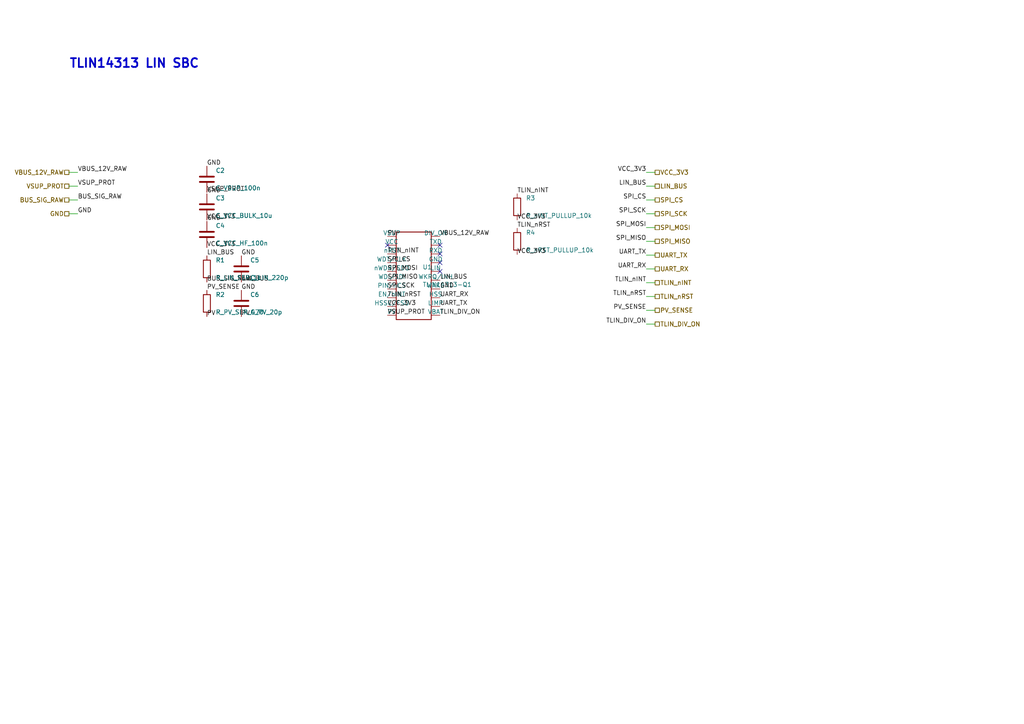
<source format=kicad_sch>
(kicad_sch (version 20250114) (generator "eeschema") (generator_version "9.0")
  (paper "A4")
  (lib_symbols
    (symbol "HVAC:TLIN14313-Q1" (pin_names (offset 0)) (pin_numbers (hide yes))
      (property "Reference" "U" (at 0 15.24 0))
      (property "Value" "TLIN14313-Q1" (at 0 13.208 0))
      (symbol "TLIN14313-Q1_1_1"
        (rectangle (start -5.08 12.7) (end 5.08 -12.7) (stroke (width 0.254)))
        (pin passive line (at -7.62 11.43 0) (length 2.54) (name "VSUP") (number "1"))
        (pin passive line (at -7.62 8.89 0) (length 2.54) (name "VCC") (number "2"))
        (pin passive line (at -7.62 6.35 0) (length 2.54) (name "nRST") (number "3"))
        (pin passive line (at -7.62 3.8099999999999996 0) (length 2.54) (name "WDT/CLK") (number "4"))
        (pin passive line (at -7.62 1.2699999999999996 0) (length 2.54) (name "nWDR/SDO") (number "5"))
        (pin passive line (at -7.62 -1.2699999999999996 0) (length 2.54) (name "WDI/SDI") (number "6"))
        (pin passive line (at -7.62 -3.8100000000000005 0) (length 2.54) (name "PIN/nCS") (number "7"))
        (pin passive line (at -7.62 -6.350000000000001 0) (length 2.54) (name "EN/nINT") (number "8"))
        (pin passive line (at -7.62 -8.89 0) (length 2.54) (name "HSSC/FSO") (number "9"))
        (pin passive line (at -7.62 -11.43 0) (length 2.54) (name "PV") (number "10"))
        (pin passive line (at 7.62 11.43 180) (length 2.54) (name "DIV_ON") (number "11"))
        (pin passive line (at 7.62 8.89 180) (length 2.54) (name "TXD") (number "12"))
        (pin passive line (at 7.62 6.35 180) (length 2.54) (name "RXD") (number "13"))
        (pin passive line (at 7.62 3.8099999999999996 180) (length 2.54) (name "GND") (number "14"))
        (pin passive line (at 7.62 1.2699999999999996 180) (length 2.54) (name "LIN") (number "15"))
        (pin passive line (at 7.62 -1.2699999999999996 180) (length 2.54) (name "WKRQ/INH") (number "16"))
        (pin passive line (at 7.62 -3.8100000000000005 180) (length 2.54) (name "WAKE") (number "17"))
        (pin passive line (at 7.62 -6.350000000000001 180) (length 2.54) (name "HSS") (number "18"))
        (pin passive line (at 7.62 -8.89 180) (length 2.54) (name "LIMP") (number "19"))
        (pin passive line (at 7.62 -11.43 180) (length 2.54) (name "VBAT") (number "20"))
      )
    )
    (symbol "Connector_Generic:Conn_01x01" (pin_names (offset 1.016) (hide yes))
      (property "Reference" "J" (at 0 2.54 0))
      (property "Value" "Conn_01x01" (at 0 -2.54 0))
      (symbol "Conn_01x01_1_1"
        (rectangle (start -1.27 1.27) (end 1.27 -1.27) (stroke (width 0.254)) (fill (type background)))
        (rectangle (start -1.27 0.127) (end 0 -0.127) (stroke (width 0.1524)))
        (pin passive line (at -5.08 0 0) (length 3.81) (name "Pin_1") (number "1"))
      )
    )
    (symbol "Connector_Generic:Conn_01x03" (pin_names (offset 1.016) (hide yes))
      (property "Reference" "J" (at 0 5.08 0))
      (property "Value" "Conn_01x03" (at 0 -5.08 0))
      (symbol "Conn_01x03_1_1"
        (rectangle (start -1.27 3.81) (end 1.27 -3.81) (stroke (width 0.254)) (fill (type background)))
        (rectangle (start -1.27 2.667) (end 0 2.413) (stroke (width 0.1524)))
        (rectangle (start -1.27 0.127) (end 0 -0.127) (stroke (width 0.1524)))
        (rectangle (start -1.27 -2.413) (end 0 -2.667) (stroke (width 0.1524)))
        (pin passive line (at -5.08 2.54 0) (length 3.81) (name "Pin_1") (number "1"))
        (pin passive line (at -5.08 0 0) (length 3.81) (name "Pin_2") (number "2"))
        (pin passive line (at -5.08 -2.54 0) (length 3.81) (name "Pin_3") (number "3"))
      )
    )
    (symbol "Connector_Generic:Conn_01x05" (pin_names (offset 1.016) (hide yes))
      (property "Reference" "J" (at 0 7.62 0))
      (property "Value" "Conn_01x05" (at 0 -7.62 0))
      (symbol "Conn_01x05_1_1"
        (rectangle (start -1.27 6.35) (end 1.27 -6.35) (stroke (width 0.254)) (fill (type background)))
        (rectangle (start -1.27 5.207) (end 0 4.953) (stroke (width 0.1524)))
        (rectangle (start -1.27 2.667) (end 0 2.413) (stroke (width 0.1524)))
        (rectangle (start -1.27 0.127) (end 0 -0.127) (stroke (width 0.1524)))
        (rectangle (start -1.27 -2.413) (end 0 -2.667) (stroke (width 0.1524)))
        (rectangle (start -1.27 -4.953) (end 0 -5.207) (stroke (width 0.1524)))
        (pin passive line (at -5.08 5.08 0) (length 3.81) (name "Pin_1") (number "1"))
        (pin passive line (at -5.08 2.54 0) (length 3.81) (name "Pin_2") (number "2"))
        (pin passive line (at -5.08 0 0) (length 3.81) (name "Pin_3") (number "3"))
        (pin passive line (at -5.08 -2.54 0) (length 3.81) (name "Pin_4") (number "4"))
        (pin passive line (at -5.08 -5.08 0) (length 3.81) (name "Pin_5") (number "5"))
      )
    )
    (symbol "Device:Antenna_Chip" (pin_numbers (hide yes)) (pin_names (offset 1.016) (hide yes))
      (property "Reference" "AE" (at 0 5.08 0))
      (property "Value" "Antenna_Chip" (at 0 3.175 0))
      (symbol "Antenna_Chip_0_1"
        (polyline (pts (xy -2.54 0) (xy -2.54 -0.635)) (stroke (width 0.254)))
        (polyline (pts (xy -2.54 0) (xy -1.27 0)) (stroke (width 0.254)))
        (polyline (pts (xy -1.27 1.27) (xy -1.27 -1.27) (xy -1.27 0)) (stroke (width 0.254)))
        (polyline (pts (xy -0.635 1.27) (xy 0.635 1.27) (xy 0.635 -1.27) (xy -0.635 -1.27) (xy -0.635 1.27)) (stroke (width 0.254)))
        (polyline (pts (xy 1.27 1.27) (xy 1.27 -1.27)) (stroke (width 0.254)))
        (polyline (pts (xy 1.27 0) (xy 2.54 0)) (stroke (width 0.254)))
        (polyline (pts (xy 2.54 6.985) (xy 2.54 -1.905)) (stroke (width 0.254)))
        (polyline (pts (xy 2.54 -0.635) (xy 2.54 0)))
        (polyline (pts (xy 3.81 6.985) (xy 2.54 1.905) (xy 1.27 6.985)) (stroke (width 0.254)))
      )
      (symbol "Antenna_Chip_1_1"
        (pin input line (at -2.54 -2.54 90) (length 2.54) (name "FEED") (number "1"))
        (pin passive line (at 2.54 -2.54 90) (length 2.54) (name "PCB_Trace") (number "2"))
      )
    )
    (symbol "Device:C" (pin_numbers (hide yes)) (pin_names (offset 0.254))
      (property "Reference" "C" (at 0.635 2.54 0))
      (property "Value" "C" (at 0.635 -2.54 0))
      (symbol "C_0_1"
        (polyline (pts (xy -2.032 0.762) (xy 2.032 0.762)) (stroke (width 0.508)))
        (polyline (pts (xy -2.032 -0.762) (xy 2.032 -0.762)) (stroke (width 0.508)))
      )
      (symbol "C_1_1"
        (pin passive line (at 0 3.81 270) (length 2.794) (name "~") (number "1"))
        (pin passive line (at 0 -3.81 90) (length 2.794) (name "~") (number "2"))
      )
    )
    (symbol "Device:Crystal" (pin_numbers (hide yes)) (pin_names (offset 1.016) (hide yes))
      (property "Reference" "Y" (at 0 3.81 0))
      (property "Value" "Crystal" (at 0 -3.81 0))
      (symbol "Crystal_0_1"
        (polyline (pts (xy -2.54 0) (xy -1.905 0)))
        (polyline (pts (xy -1.905 -1.27) (xy -1.905 1.27)) (stroke (width 0.508)))
        (rectangle (start -1.143 2.54) (end 1.143 -2.54) (stroke (width 0.3048)))
        (polyline (pts (xy 1.905 -1.27) (xy 1.905 1.27)) (stroke (width 0.508)))
        (polyline (pts (xy 2.54 0) (xy 1.905 0)))
      )
      (symbol "Crystal_1_1"
        (pin passive line (at -3.81 0 0) (length 1.27) (name "1") (number "1"))
        (pin passive line (at 3.81 0 180) (length 1.27) (name "2") (number "2"))
      )
    )
    (symbol "Device:D" (pin_numbers (hide yes)) (pin_names (offset 1.016) (hide yes))
      (property "Reference" "D" (at 0 2.54 0))
      (property "Value" "D" (at 0 -2.54 0))
      (symbol "D_0_1"
        (polyline (pts (xy -1.27 1.27) (xy -1.27 -1.27)) (stroke (width 0.254)))
        (polyline (pts (xy 1.27 1.27) (xy 1.27 -1.27) (xy -1.27 0) (xy 1.27 1.27)) (stroke (width 0.254)))
        (polyline (pts (xy 1.27 0) (xy -1.27 0)))
      )
      (symbol "D_1_1"
        (pin passive line (at -3.81 0 0) (length 2.54) (name "K") (number "1"))
        (pin passive line (at 3.81 0 180) (length 2.54) (name "A") (number "2"))
      )
    )
    (symbol "Device:FerriteBead" (pin_numbers (hide yes)) (pin_names (offset 0))
      (property "Reference" "FB" (at -3.81 0.635 90))
      (property "Value" "FerriteBead" (at 3.81 0 90))
      (symbol "FerriteBead_0_1"
        (polyline (pts (xy -2.7686 0.4064) (xy -1.7018 2.2606) (xy 2.7686 -0.3048) (xy 1.6764 -2.159) (xy -2.7686 0.4064)))
        (polyline (pts (xy 0 1.27) (xy 0 1.2954)))
        (polyline (pts (xy 0 -1.27) (xy 0 -1.2192)))
      )
      (symbol "FerriteBead_1_1"
        (pin passive line (at 0 3.81 270) (length 2.54) (name "~") (number "1"))
        (pin passive line (at 0 -3.81 90) (length 2.54) (name "~") (number "2"))
      )
    )
    (symbol "Device:L" (pin_numbers (hide yes)) (pin_names (offset 1.016) (hide yes))
      (property "Reference" "L" (at -1.27 0 90))
      (property "Value" "L" (at 1.905 0 90))
      (symbol "L_0_1"
        (arc (start 0 2.54) (mid 0.6323 1.905) (end 0 1.27))
        (arc (start 0 1.27) (mid 0.6323 0.635) (end 0 0))
        (arc (start 0 0) (mid 0.6323 -0.635) (end 0 -1.27))
        (arc (start 0 -1.27) (mid 0.6323 -1.905) (end 0 -2.54))
      )
      (symbol "L_1_1"
        (pin passive line (at 0 3.81 270) (length 1.27) (name "1") (number "1"))
        (pin passive line (at 0 -3.81 90) (length 1.27) (name "2") (number "2"))
      )
    )
    (symbol "Device:R" (pin_numbers (hide yes)) (pin_names (offset 0))
      (property "Reference" "R" (at 2.032 0 90))
      (property "Value" "R" (at 0 0 90))
      (symbol "R_0_1"
        (rectangle (start -1.016 -2.54) (end 1.016 2.54) (stroke (width 0.254)))
      )
      (symbol "R_1_1"
        (pin passive line (at 0 3.81 270) (length 1.27) (name "~") (number "1"))
        (pin passive line (at 0 -3.81 90) (length 1.27) (name "~") (number "2"))
      )
    )
  )
  (text "TLIN14313 LIN SBC" (at 20 20 0) (effects (font (size 2.54 2.54) (thickness 0.508) (bold yes)) (justify left bottom)))
  (hierarchical_label "VBUS_12V_RAW" (shape passive) (at 20 50 180))
  (hierarchical_label "VSUP_PROT" (shape passive) (at 20 54 180))
  (hierarchical_label "BUS_SIG_RAW" (shape passive) (at 20 58 180))
  (hierarchical_label "GND" (shape passive) (at 20 62 180))
  (hierarchical_label "VCC_3V3" (shape passive) (at 190 50 0))
  (hierarchical_label "LIN_BUS" (shape passive) (at 190 54 0))
  (hierarchical_label "SPI_CS" (shape passive) (at 190 58 0))
  (hierarchical_label "SPI_SCK" (shape passive) (at 190 62 0))
  (hierarchical_label "SPI_MOSI" (shape passive) (at 190 66 0))
  (hierarchical_label "SPI_MISO" (shape passive) (at 190 70 0))
  (hierarchical_label "UART_TX" (shape passive) (at 190 74 0))
  (hierarchical_label "UART_RX" (shape passive) (at 190 78 0))
  (hierarchical_label "TLIN_nINT" (shape passive) (at 190 82 0))
  (hierarchical_label "TLIN_nRST" (shape passive) (at 190 86 0))
  (hierarchical_label "PV_SENSE" (shape passive) (at 190 90 0))
  (hierarchical_label "TLIN_DIV_ON" (shape passive) (at 190 94 0))
  (symbol (lib_id "HVAC:TLIN14313-Q1") (at 120 80 0) (unit 1)
    (property "Reference" "U1" (at 122.54 77.46 0) (effects (justify left)))
    (property "Value" "TLIN14313-Q1" (at 122.54 82.54 0) (effects (justify left)))
  )
  (symbol (lib_id "Device:C") (at 60 52 0) (unit 1)
    (property "Reference" "C2" (at 62.54 49.46 0) (effects (justify left)))
    (property "Value" "C_VSUP_100n" (at 62.54 54.54 0) (effects (justify left)))
  )
  (symbol (lib_id "Device:C") (at 60 60 0) (unit 1)
    (property "Reference" "C3" (at 62.54 57.46 0) (effects (justify left)))
    (property "Value" "C_VCC_BULK_10u" (at 62.54 62.54 0) (effects (justify left)))
  )
  (symbol (lib_id "Device:C") (at 60 68 0) (unit 1)
    (property "Reference" "C4" (at 62.54 65.46 0) (effects (justify left)))
    (property "Value" "C_VCC_HF_100n" (at 62.54 70.54 0) (effects (justify left)))
  )
  (symbol (lib_id "Device:R") (at 60 78 0) (unit 1)
    (property "Reference" "R1" (at 62.54 75.46 0) (effects (justify left)))
    (property "Value" "R_LIN_SER_1k" (at 62.54 80.54 0) (effects (justify left)))
  )
  (symbol (lib_id "Device:C") (at 70 78 0) (unit 1)
    (property "Reference" "C5" (at 72.54 75.46 0) (effects (justify left)))
    (property "Value" "C_LIN_220p" (at 72.54 80.54 0) (effects (justify left)))
  )
  (symbol (lib_id "Device:R") (at 60 88 0) (unit 1)
    (property "Reference" "R2" (at 62.54 85.46 0) (effects (justify left)))
    (property "Value" "R_PV_SER_470" (at 62.54 90.54 0) (effects (justify left)))
  )
  (symbol (lib_id "Device:C") (at 70 88 0) (unit 1)
    (property "Reference" "C6" (at 72.54 85.46 0) (effects (justify left)))
    (property "Value" "C_PV_20p" (at 72.54 90.54 0) (effects (justify left)))
  )
  (symbol (lib_id "Device:R") (at 150 60 0) (unit 1)
    (property "Reference" "R3" (at 152.54 57.46 0) (effects (justify left)))
    (property "Value" "R_nINT_PULLUP_10k" (at 152.54 62.54 0) (effects (justify left)))
  )
  (symbol (lib_id "Device:R") (at 150 70 0) (unit 1)
    (property "Reference" "R4" (at 152.54 67.46 0) (effects (justify left)))
    (property "Value" "R_nRST_PULLUP_10k" (at 152.54 72.54 0) (effects (justify left)))
  )
  (label "VSUP_PROT" (at 112.38 91.43 0))
  (label "VCC_3V3" (at 112.38 88.89 0))
  (label "TLIN_nRST" (at 112.38 86.35 0))
  (label "SPI_SCK" (at 112.38 83.81 0))
  (label "SPI_MISO" (at 112.38 81.27 0))
  (label "SPI_MOSI" (at 112.38 78.73 0))
  (label "SPI_CS" (at 112.38 76.19 0))
  (label "TLIN_nINT" (at 112.38 73.65 0))
  (no_connect (at 112.38 71.11))
  (label "PV" (at 112.38 68.57 0))
  (label "TLIN_DIV_ON" (at 127.62 91.43 0))
  (label "UART_TX" (at 127.62 88.89 0))
  (label "UART_RX" (at 127.62 86.35 0))
  (label "GND" (at 127.62 83.81 0))
  (label "LIN_BUS" (at 127.62 81.27 0))
  (no_connect (at 127.62 78.73))
  (no_connect (at 127.62 76.19))
  (no_connect (at 127.62 73.65))
  (no_connect (at 127.62 71.11))
  (label "VBUS_12V_RAW" (at 127.62 68.57 0))
  (label "VSUP_PROT" (at 60 55.81 0))
  (label "GND" (at 60 48.19 0))
  (label "VCC_3V3" (at 60 63.81 0))
  (label "GND" (at 60 56.19 0))
  (label "VCC_3V3" (at 60 71.81 0))
  (label "GND" (at 60 64.19 0))
  (label "BUS_SIG_RAW" (at 60 81.81 0))
  (label "LIN_BUS" (at 60 74.19 0))
  (label "LIN_BUS" (at 70 81.81 0))
  (label "GND" (at 70 74.19 0))
  (label "PV" (at 60 91.81 0))
  (label "PV_SENSE" (at 60 84.19 0))
  (label "PV" (at 70 91.81 0))
  (label "GND" (at 70 84.19 0))
  (label "VCC_3V3" (at 150 63.81 0))
  (label "TLIN_nINT" (at 150 56.19 0))
  (label "VCC_3V3" (at 150 73.81 0))
  (label "TLIN_nRST" (at 150 66.19 0))
  (wire (pts (xy 20 50) (xy 22.54 50)))
  (label "VBUS_12V_RAW" (at 22.54 50 0))
  (wire (pts (xy 20 54) (xy 22.54 54)))
  (label "VSUP_PROT" (at 22.54 54 0))
  (wire (pts (xy 20 58) (xy 22.54 58)))
  (label "BUS_SIG_RAW" (at 22.54 58 0))
  (wire (pts (xy 20 62) (xy 22.54 62)))
  (label "GND" (at 22.54 62 0))
  (wire (pts (xy 190 50) (xy 187.46 50)))
  (label "VCC_3V3" (at 187.46 50 0))
  (wire (pts (xy 190 54) (xy 187.46 54)))
  (label "LIN_BUS" (at 187.46 54 0))
  (wire (pts (xy 190 58) (xy 187.46 58)))
  (label "SPI_CS" (at 187.46 58 0))
  (wire (pts (xy 190 62) (xy 187.46 62)))
  (label "SPI_SCK" (at 187.46 62 0))
  (wire (pts (xy 190 66) (xy 187.46 66)))
  (label "SPI_MOSI" (at 187.46 66 0))
  (wire (pts (xy 190 70) (xy 187.46 70)))
  (label "SPI_MISO" (at 187.46 70 0))
  (wire (pts (xy 190 74) (xy 187.46 74)))
  (label "UART_TX" (at 187.46 74 0))
  (wire (pts (xy 190 78) (xy 187.46 78)))
  (label "UART_RX" (at 187.46 78 0))
  (wire (pts (xy 190 82) (xy 187.46 82)))
  (label "TLIN_nINT" (at 187.46 82 0))
  (wire (pts (xy 190 86) (xy 187.46 86)))
  (label "TLIN_nRST" (at 187.46 86 0))
  (wire (pts (xy 190 90) (xy 187.46 90)))
  (label "PV_SENSE" (at 187.46 90 0))
  (wire (pts (xy 190 94) (xy 187.46 94)))
  (label "TLIN_DIV_ON" (at 187.46 94 0))
  (hierarchical_label "VBUS_12V_RAW" (shape passive) (at 20 50 180))
  (hierarchical_label "VSUP_PROT" (shape passive) (at 20 54 180))
  (hierarchical_label "BUS_SIG_RAW" (shape passive) (at 20 58 180))
  (hierarchical_label "GND" (shape passive) (at 20 62 180))
  (hierarchical_label "VCC_3V3" (shape passive) (at 190 50 0))
  (hierarchical_label "LIN_BUS" (shape passive) (at 190 54 0))
  (hierarchical_label "SPI_CS" (shape passive) (at 190 58 0))
  (hierarchical_label "SPI_SCK" (shape passive) (at 190 62 0))
  (hierarchical_label "SPI_MOSI" (shape passive) (at 190 66 0))
  (hierarchical_label "SPI_MISO" (shape passive) (at 190 70 0))
  (hierarchical_label "UART_TX" (shape passive) (at 190 74 0))
  (hierarchical_label "UART_RX" (shape passive) (at 190 78 0))
  (hierarchical_label "TLIN_nINT" (shape passive) (at 190 82 0))
  (hierarchical_label "TLIN_nRST" (shape passive) (at 190 86 0))
  (hierarchical_label "PV_SENSE" (shape passive) (at 190 90 0))
  (hierarchical_label "TLIN_DIV_ON" (shape passive) (at 190 94 0))
)
</source>
